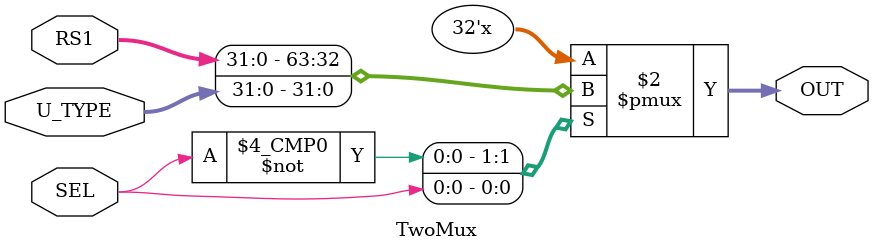
<source format=sv>
`timescale 1ns / 1ps

module TwoMux(
    input logic SEL,
    input logic [31:0] RS1,
    input logic [31:0] U_TYPE,
    output logic [31:0] OUT
    );
    
    // Generic Two to One MUX
    always_comb begin
        case(SEL)
            1'b0: begin OUT = RS1; end
            1'b1: begin OUT = U_TYPE; end
        endcase
    end
    
endmodule
</source>
